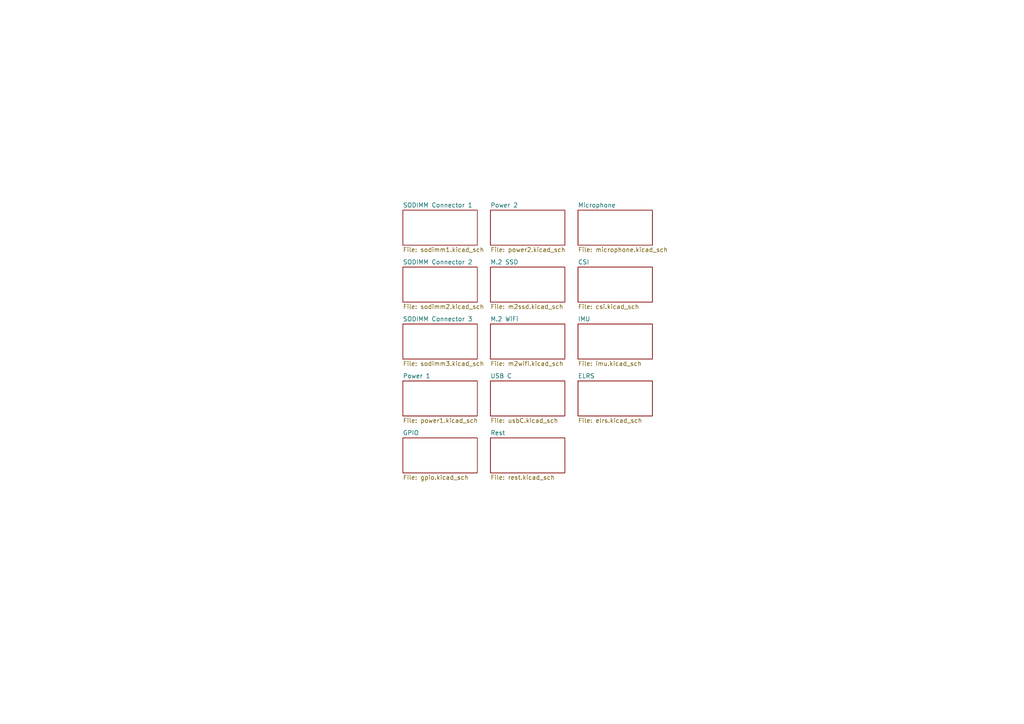
<source format=kicad_sch>
(kicad_sch (version 20211123) (generator eeschema)
  (paper "A4")
  (lib_symbols)
  (sheet (at 142.24 110.49) (size 21.59 10.16) (stroke (width 0.1524))
    (property "Sheet name" "USB C" (at 142.24 109.7784 0) (effects (justify left bottom)))
    (property "Sheet file" "usbC.kicad_sch" (at 142.24 121.2346 0) (effects (justify left top)))
  )
  (sheet (at 116.84 93.98) (size 21.59 10.16) (stroke (width 0.1524))
    (property "Sheet name" "SODIMM Connector 3" (at 116.84 93.2684 0) (effects (justify left bottom)))
    (property "Sheet file" "sodimm3.kicad_sch" (at 116.84 104.7246 0) (effects (justify left top)))
  )
  (sheet (at 142.24 127) (size 21.59 10.16) (stroke (width 0.1524))
    (property "Sheet name" "Rest" (at 142.24 126.2884 0) (effects (justify left bottom)))
    (property "Sheet file" "rest.kicad_sch" (at 142.24 137.7446 0) (effects (justify left top)))
  )
  (sheet (at 167.64 110.49) (size 21.59 10.16) (stroke (width 0.1524))
    (property "Sheet name" "ELRS" (at 167.64 109.7784 0) (effects (justify left bottom)))
    (property "Sheet file" "elrs.kicad_sch" (at 167.64 121.2346 0) (effects (justify left top)))
  )
  (sheet (at 116.84 127) (size 21.59 10.16) (stroke (width 0.1524))
    (property "Sheet name" "GPIO" (at 116.84 126.2884 0) (effects (justify left bottom)))
    (property "Sheet file" "gpio.kicad_sch" (at 116.84 137.7446 0) (effects (justify left top)))
  )
  (sheet (at 116.84 77.47) (size 21.59 10.16) (stroke (width 0.1524))
    (property "Sheet name" "SODIMM Connector 2" (at 116.84 76.7584 0) (effects (justify left bottom)))
    (property "Sheet file" "sodimm2.kicad_sch" (at 116.84 88.2146 0) (effects (justify left top)))
  )
  (sheet (at 142.24 60.96) (size 21.59 10.16) (stroke (width 0.1524))
    (property "Sheet name" "Power 2" (at 142.24 60.2484 0) (effects (justify left bottom)))
    (property "Sheet file" "power2.kicad_sch" (at 142.24 71.7046 0) (effects (justify left top)))
  )
  (sheet (at 142.24 93.98) (size 21.59 10.16) (stroke (width 0.1524))
    (property "Sheet name" "M.2 WiFi" (at 142.24 93.2684 0) (effects (justify left bottom)))
    (property "Sheet file" "m2wifi.kicad_sch" (at 142.24 104.7246 0) (effects (justify left top)))
  )
  (sheet (at 116.84 60.96) (size 21.59 10.16) (stroke (width 0.1524))
    (property "Sheet name" "SODIMM Connector 1" (at 116.84 60.2484 0) (effects (justify left bottom)))
    (property "Sheet file" "sodimm1.kicad_sch" (at 116.84 71.7046 0) (effects (justify left top)))
  )
  (sheet (at 116.84 110.49) (size 21.59 10.16) (stroke (width 0.1524))
    (property "Sheet name" "Power 1" (at 116.84 109.7784 0) (effects (justify left bottom)))
    (property "Sheet file" "power1.kicad_sch" (at 116.84 121.2346 0) (effects (justify left top)))
  )
  (sheet (at 167.64 77.47) (size 21.59 10.16) (stroke (width 0.1524))
    (property "Sheet name" "CSI" (at 167.64 76.7584 0) (effects (justify left bottom)))
    (property "Sheet file" "csi.kicad_sch" (at 167.64 88.2146 0) (effects (justify left top)))
  )
  (sheet (at 142.24 77.47) (size 21.59 10.16) (stroke (width 0.1524))
    (property "Sheet name" "M.2 SSD" (at 142.24 76.7584 0) (effects (justify left bottom)))
    (property "Sheet file" "m2ssd.kicad_sch" (at 142.24 88.2146 0) (effects (justify left top)))
  )
  (sheet (at 167.64 93.98) (size 21.59 10.16) (stroke (width 0.1524))
    (property "Sheet name" "IMU" (at 167.64 93.2684 0) (effects (justify left bottom)))
    (property "Sheet file" "imu.kicad_sch" (at 167.64 104.7246 0) (effects (justify left top)))
  )
  (sheet (at 167.64 60.96) (size 21.59 10.16) (stroke (width 0.1524))
    (property "Sheet name" "Microphone" (at 167.64 60.2484 0) (effects (justify left bottom)))
    (property "Sheet file" "microphone.kicad_sch" (at 167.64 71.7046 0) (effects (justify left top)))
  )
)
</source>
